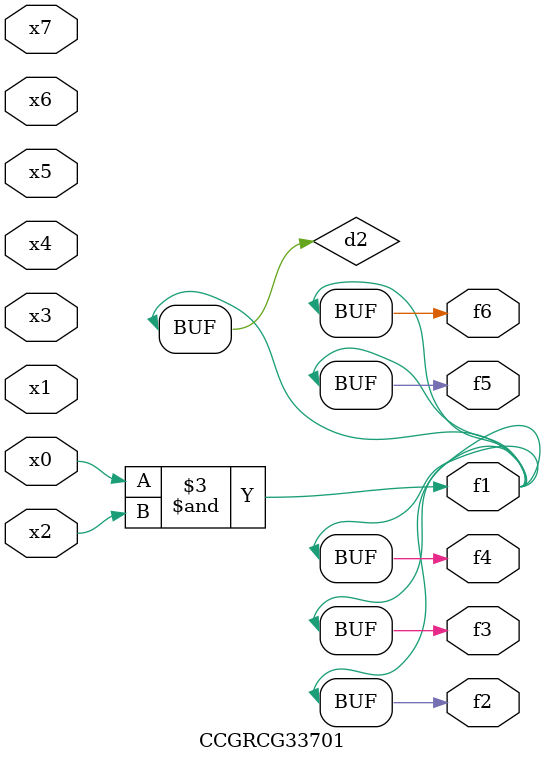
<source format=v>
module CCGRCG33701(
	input x0, x1, x2, x3, x4, x5, x6, x7,
	output f1, f2, f3, f4, f5, f6
);

	wire d1, d2;

	nor (d1, x3, x6);
	and (d2, x0, x2);
	assign f1 = d2;
	assign f2 = d2;
	assign f3 = d2;
	assign f4 = d2;
	assign f5 = d2;
	assign f6 = d2;
endmodule

</source>
